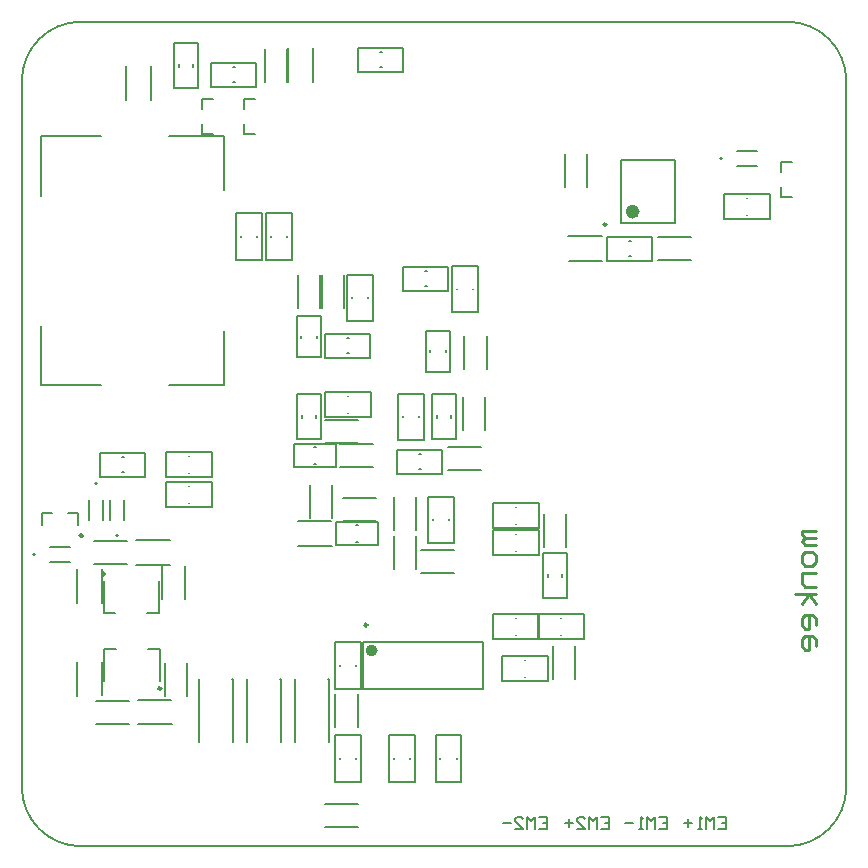
<source format=gbo>
G04*
G04 #@! TF.GenerationSoftware,Altium Limited,Altium Designer,25.4.2 (15)*
G04*
G04 Layer_Color=32896*
%FSLAX25Y25*%
%MOIN*%
G70*
G04*
G04 #@! TF.SameCoordinates,4685016B-83D2-4E7D-AD2A-A819038C0A47*
G04*
G04*
G04 #@! TF.FilePolarity,Positive*
G04*
G01*
G75*
%ADD10C,0.00787*%
%ADD11C,0.00700*%
%ADD12C,0.00984*%
%ADD14C,0.01000*%
%ADD15C,0.00600*%
%ADD16C,0.00500*%
%ADD17C,0.01968*%
%ADD148C,0.02362*%
D10*
X300Y19485D02*
G03*
X19985Y-200I19685J0D01*
G01*
Y274600D02*
G03*
X300Y254915I0J-19685D01*
G01*
X255415Y-200D02*
G03*
X275100Y19485I0J19685D01*
G01*
Y254915D02*
G03*
X255415Y274600I-19685J0D01*
G01*
X25394Y120701D02*
G03*
X25394Y120701I-394J0D01*
G01*
X32394Y103299D02*
G03*
X32394Y103299I-394J0D01*
G01*
X4693Y97000D02*
G03*
X4693Y97000I-394J0D01*
G01*
X233693Y229000D02*
G03*
X233693Y229000I-394J0D01*
G01*
X19985Y274600D02*
X255415D01*
X19985Y-200D02*
X255415D01*
X300Y19485D02*
Y254915D01*
X275100Y19485D02*
Y254915D01*
X83300Y202900D02*
Y203100D01*
X88700Y202900D02*
Y203100D01*
X113921Y67965D02*
X154079D01*
Y52035D02*
Y67965D01*
X113921Y52035D02*
Y67965D01*
Y52035D02*
X154079D01*
X57461Y259606D02*
Y260394D01*
X52539Y259606D02*
Y260394D01*
X119606Y259539D02*
X120394D01*
X119606Y264461D02*
X120394D01*
X70606Y259461D02*
X71394D01*
X70606Y254539D02*
X71394D01*
X33606Y124539D02*
X34394D01*
X33606Y129461D02*
X34394D01*
X202606Y201461D02*
X203394D01*
X202606Y196539D02*
X203394D01*
X108606Y169102D02*
X109394D01*
X108606Y164181D02*
X109394D01*
X98461Y142606D02*
Y143394D01*
X93539Y142606D02*
Y143394D01*
X132606Y130461D02*
X133394D01*
X132606Y125539D02*
X133394D01*
X134606Y186539D02*
X135394D01*
X134606Y191461D02*
X135394D01*
X138539Y142606D02*
Y143394D01*
X143461Y142606D02*
Y143394D01*
X180461Y89606D02*
Y90394D01*
X175539Y89606D02*
Y90394D01*
X7095Y110756D02*
X10244D01*
X7095Y106819D02*
Y110756D01*
X15756D02*
X18905D01*
Y106819D02*
Y110756D01*
X137300Y108542D02*
Y108742D01*
X142700Y108542D02*
Y108742D01*
X78700Y202900D02*
Y203100D01*
X73300Y202900D02*
Y203100D01*
X124300Y28900D02*
Y29100D01*
X129700Y28900D02*
Y29100D01*
X139800Y28900D02*
Y29100D01*
X145200Y28900D02*
Y29100D01*
X111700Y28900D02*
Y29100D01*
X106300Y28900D02*
Y29100D01*
Y59900D02*
Y60100D01*
X111700Y59900D02*
Y60100D01*
X110300Y182542D02*
Y182742D01*
X115700Y182542D02*
Y182742D01*
X150700Y185400D02*
Y185600D01*
X145300Y185400D02*
Y185600D01*
X132700Y142837D02*
Y143037D01*
X127300Y142837D02*
Y143037D01*
X108900Y144300D02*
X109100D01*
X108900Y149700D02*
X109100D01*
X55900Y114300D02*
X56100D01*
X55900Y119700D02*
X56100D01*
X241963Y215700D02*
X242163D01*
X241963Y210300D02*
X242163D01*
X55900Y129700D02*
X56100D01*
X55900Y124300D02*
X56100D01*
X164900Y98300D02*
X165100D01*
X164900Y103700D02*
X165100D01*
X164900Y112700D02*
X165100D01*
X164900Y107300D02*
X165100D01*
X179900Y70300D02*
X180100D01*
X179900Y75700D02*
X180100D01*
X164900D02*
X165100D01*
X164900Y70300D02*
X165100D01*
X167900Y61700D02*
X168100D01*
X167900Y56300D02*
X168100D01*
X199945Y207370D02*
Y228630D01*
X218055Y207370D02*
Y228630D01*
X199945Y207370D02*
X218055D01*
X199945Y228630D02*
X218055D01*
X27567Y77390D02*
Y88020D01*
Y77390D02*
X31504D01*
X46071D02*
Y88020D01*
X42134Y77390D02*
X46071D01*
X27748Y65610D02*
X31685D01*
X27748Y54980D02*
Y65610D01*
X42315D02*
X46252D01*
Y54980D02*
Y65610D01*
D11*
X90300Y195300D02*
Y210700D01*
X81800Y195300D02*
X90300D01*
X81800Y210700D02*
X90300D01*
X81800Y195300D02*
Y210700D01*
X51000Y252500D02*
X59000D01*
X51000D02*
Y267500D01*
X59000D01*
Y252500D02*
Y267500D01*
X112500Y266000D02*
X127500D01*
X112500Y258000D02*
Y266000D01*
Y258000D02*
X127500D01*
Y266000D01*
X63500Y253000D02*
X78500D01*
Y261000D01*
X63500D02*
X78500D01*
X63500Y253000D02*
Y261000D01*
X26500Y131000D02*
X41500D01*
X26500Y123000D02*
Y131000D01*
Y123000D02*
X41500D01*
Y131000D01*
X195500Y195000D02*
X210500D01*
Y203000D01*
X195500D02*
X210500D01*
X195500Y195000D02*
Y203000D01*
X101500Y162642D02*
X116500D01*
Y170642D01*
X101500D02*
X116500D01*
X101500Y162642D02*
Y170642D01*
X92000Y135500D02*
Y150500D01*
Y135500D02*
X100000D01*
Y150500D01*
X92000D02*
X100000D01*
X125500Y124000D02*
X140500D01*
Y132000D01*
X125500D02*
X140500D01*
X125500Y124000D02*
Y132000D01*
X127500Y193000D02*
X142500D01*
X127500Y185000D02*
Y193000D01*
Y185000D02*
X142500D01*
Y193000D01*
X145000Y135500D02*
Y150500D01*
X137000D02*
X145000D01*
X137000Y135500D02*
Y150500D01*
Y135500D02*
X145000D01*
X174000Y82500D02*
Y97500D01*
Y82500D02*
X182000D01*
Y97500D01*
X174000D02*
X182000D01*
X60441Y237291D02*
X64142D01*
X60441Y248709D02*
X64142D01*
X60441Y245441D02*
Y248709D01*
Y237291D02*
Y240559D01*
X74441Y237291D02*
X78142D01*
X74441Y248709D02*
X78142D01*
X74441Y245441D02*
Y248709D01*
Y237291D02*
Y240559D01*
X253441Y216291D02*
X257142D01*
X253441Y227709D02*
X257142D01*
X253441Y224441D02*
Y227709D01*
Y216291D02*
Y219559D01*
X144200Y100942D02*
Y116342D01*
X135700Y100942D02*
X144200D01*
X135700Y116342D02*
X144200D01*
X135700Y100942D02*
Y116342D01*
X71800Y195300D02*
Y210700D01*
X80300D01*
X71800Y195300D02*
X80300D01*
Y210700D01*
X131200Y21300D02*
Y36700D01*
X122700Y21300D02*
X131200D01*
X122700Y36700D02*
X131200D01*
X122700Y21300D02*
Y36700D01*
X146700Y21300D02*
Y36700D01*
X138200Y21300D02*
X146700D01*
X138200Y36700D02*
X146700D01*
X138200Y21300D02*
Y36700D01*
X104800Y21300D02*
Y36700D01*
X113300D01*
X104800Y21300D02*
X113300D01*
Y36700D01*
X113200Y52300D02*
Y67700D01*
X104700Y52300D02*
X113200D01*
X104700Y67700D02*
X113200D01*
X104700Y52300D02*
Y67700D01*
X117200Y174942D02*
Y190342D01*
X108700Y174942D02*
X117200D01*
X108700Y190342D02*
X117200D01*
X108700Y174942D02*
Y190342D01*
X143800Y177800D02*
Y193200D01*
X152300D01*
X143800Y177800D02*
X152300D01*
Y193200D01*
X125800Y135237D02*
Y150637D01*
X134300D01*
X125800Y135237D02*
X134300D01*
Y150637D01*
X101300Y151200D02*
X116700D01*
Y142700D02*
Y151200D01*
X101300Y142700D02*
Y151200D01*
Y142700D02*
X116700D01*
X48300Y121200D02*
X63700D01*
Y112700D02*
Y121200D01*
X48300Y112700D02*
Y121200D01*
Y112700D02*
X63700D01*
X234363Y208800D02*
X249763D01*
X234363D02*
Y217300D01*
X249763Y208800D02*
Y217300D01*
X234363D02*
X249763D01*
X48300Y122800D02*
X63700D01*
X48300D02*
Y131300D01*
X63700Y122800D02*
Y131300D01*
X48300D02*
X63700D01*
X157300Y105200D02*
X172700D01*
Y96700D02*
Y105200D01*
X157300Y96700D02*
Y105200D01*
Y96700D02*
X172700D01*
X157300Y105800D02*
X172700D01*
X157300D02*
Y114300D01*
X172700Y105800D02*
Y114300D01*
X157300D02*
X172700D01*
X172300Y77200D02*
X187700D01*
Y68700D02*
Y77200D01*
X172300Y68700D02*
Y77200D01*
Y68700D02*
X187700D01*
X157300Y68800D02*
X172700D01*
X157300D02*
Y77300D01*
X172700Y68800D02*
Y77300D01*
X157300D02*
X172700D01*
X160300Y54800D02*
X175700D01*
X160300D02*
Y63300D01*
X175700Y54800D02*
Y63300D01*
X160300D02*
X175700D01*
X81200Y254500D02*
Y265500D01*
X88800Y254500D02*
Y265500D01*
X104700Y39358D02*
Y50358D01*
X112300Y39358D02*
Y50358D01*
X101500Y6200D02*
X112500D01*
X101500Y13800D02*
X112500D01*
X25165Y40668D02*
X36165D01*
X25165Y48268D02*
X36165D01*
X55465Y49968D02*
Y60969D01*
X47865Y49968D02*
Y60969D01*
X24319Y93869D02*
X35319D01*
X24319Y101469D02*
X35319D01*
X54619Y82169D02*
Y93169D01*
X47019Y82169D02*
Y93169D01*
X188800Y219500D02*
Y230500D01*
X181200Y219500D02*
Y230500D01*
X92200Y179142D02*
Y190142D01*
X99800Y179142D02*
Y190142D01*
X100200Y179142D02*
Y190142D01*
X107800Y179142D02*
Y190142D01*
X142500Y125200D02*
X153500D01*
X142500Y132800D02*
X153500D01*
X154800Y138500D02*
Y149500D01*
X147200Y138500D02*
Y149500D01*
X106500Y133800D02*
X117500D01*
X106500Y126200D02*
X117500D01*
X101500Y141800D02*
X112500D01*
X101500Y134200D02*
X112500D01*
X133500Y98442D02*
X144500D01*
X133500Y90842D02*
X144500D01*
X131800Y92142D02*
Y103142D01*
X124200Y92142D02*
Y103142D01*
X131800Y105142D02*
Y116142D01*
X124200Y105142D02*
Y116142D01*
X107500Y115800D02*
X118500D01*
X107500Y108200D02*
X118500D01*
X103800Y109142D02*
Y120142D01*
X96200Y109142D02*
Y120142D01*
X212500Y202800D02*
X223500D01*
X212500Y195200D02*
X223500D01*
X174200Y99500D02*
Y110500D01*
X181800Y99500D02*
Y110500D01*
X177200Y55500D02*
Y66500D01*
X184800Y55500D02*
Y66500D01*
X155300Y159000D02*
Y170000D01*
X147700Y159000D02*
Y170000D01*
X49299Y153465D02*
X67724D01*
Y171378D01*
Y218622D02*
Y236535D01*
X49299D02*
X67724D01*
X6701Y153465D02*
X26701D01*
X6701D02*
Y173346D01*
Y216653D02*
Y236535D01*
X26701D01*
X97200Y254547D02*
Y265800D01*
X88900Y254447D02*
Y265700D01*
X43200Y248547D02*
Y259800D01*
X34900Y248447D02*
Y259700D01*
X38865Y48669D02*
X50118D01*
X38965Y40369D02*
X50218D01*
X26865Y50016D02*
Y61269D01*
X18565Y49916D02*
Y61168D01*
X18619Y80869D02*
Y92122D01*
X26919Y80969D02*
Y92222D01*
X38366Y93469D02*
X49619D01*
X38266Y101769D02*
X49519D01*
X92294Y99800D02*
X103547D01*
X92194Y108100D02*
X103447D01*
X182547Y194800D02*
X193800D01*
X182447Y203100D02*
X193700D01*
X22539Y108653D02*
Y115347D01*
X27461Y108653D02*
Y115347D01*
X34461Y108653D02*
Y115347D01*
X29539Y108653D02*
Y115347D01*
X9653Y94539D02*
X16346D01*
X9653Y99461D02*
X16346D01*
X238653Y226539D02*
X245346D01*
X238653Y231461D02*
X245346D01*
X99900Y162742D02*
Y176542D01*
X92100D02*
X99900D01*
X92100Y162742D02*
Y176542D01*
Y162742D02*
X99900D01*
X135100Y157860D02*
Y171660D01*
Y157860D02*
X142900D01*
Y171660D01*
X135100D02*
X142900D01*
X91100Y133900D02*
X104900D01*
X91100Y126100D02*
Y133900D01*
Y126100D02*
X104900D01*
Y133900D01*
X105100Y107900D02*
X118900D01*
X105100Y100100D02*
Y107900D01*
Y100100D02*
X118900D01*
Y107900D01*
X70709Y34567D02*
Y55433D01*
X59291Y34567D02*
Y55433D01*
X102709Y34567D02*
Y55433D01*
X91291Y34567D02*
Y55433D01*
X86709Y34567D02*
Y55433D01*
X75291Y34567D02*
Y55433D01*
D12*
X115492Y73500D02*
G03*
X115492Y73500I-492J0D01*
G01*
X20579Y103276D02*
G03*
X20579Y103276I-492J0D01*
G01*
X195122Y207055D02*
G03*
X195122Y207055I-492J0D01*
G01*
X28059Y90579D02*
G03*
X28059Y90579I-492J0D01*
G01*
X46744Y52421D02*
G03*
X46744Y52421I-492J0D01*
G01*
D14*
X265000Y105000D02*
X260335D01*
Y103834D01*
X261501Y102667D01*
X265000D01*
X261501D01*
X260335Y101501D01*
X261501Y100335D01*
X265000D01*
Y96836D02*
Y94503D01*
X263834Y93337D01*
X261501D01*
X260335Y94503D01*
Y96836D01*
X261501Y98002D01*
X263834D01*
X265000Y96836D01*
Y91005D02*
X260335D01*
Y87506D01*
X261501Y86339D01*
X265000D01*
Y84007D02*
X258002D01*
X262667D02*
X260335Y80508D01*
X262667Y84007D02*
X265000Y80508D01*
Y73510D02*
Y75843D01*
X263834Y77009D01*
X261501D01*
X260335Y75843D01*
Y73510D01*
X261501Y72344D01*
X262667D01*
Y77009D01*
X265000Y66512D02*
Y68845D01*
X263834Y70011D01*
X261501D01*
X260335Y68845D01*
Y66512D01*
X261501Y65346D01*
X262667D01*
Y70011D01*
D15*
X232234Y9599D02*
X234900D01*
Y5600D01*
X232234D01*
X234900Y7599D02*
X233567D01*
X230901Y5600D02*
Y9599D01*
X229568Y8266D01*
X228236Y9599D01*
Y5600D01*
X226903D02*
X225570D01*
X226236D01*
Y9599D01*
X226903Y8932D01*
X223570Y7599D02*
X220904D01*
X222237Y8932D02*
Y6266D01*
X212734Y9599D02*
X215400D01*
Y5600D01*
X212734D01*
X215400Y7599D02*
X214067D01*
X211401Y5600D02*
Y9599D01*
X210068Y8266D01*
X208735Y9599D01*
Y5600D01*
X207403D02*
X206070D01*
X206736D01*
Y9599D01*
X207403Y8932D01*
X204070Y7599D02*
X201405D01*
X193234Y9599D02*
X195900D01*
Y5600D01*
X193234D01*
X195900Y7599D02*
X194567D01*
X191901Y5600D02*
Y9599D01*
X190568Y8266D01*
X189235Y9599D01*
Y5600D01*
X185237D02*
X187903D01*
X185237Y8266D01*
Y8932D01*
X185903Y9599D01*
X187236D01*
X187903Y8932D01*
X183904Y7599D02*
X181238D01*
X182571Y8932D02*
Y6266D01*
X172734Y9599D02*
X175400D01*
Y5600D01*
X172734D01*
X175400Y7599D02*
X174067D01*
X171401Y5600D02*
Y9599D01*
X170068Y8266D01*
X168736Y9599D01*
Y5600D01*
X164737D02*
X167403D01*
X164737Y8266D01*
Y8932D01*
X165403Y9599D01*
X166736D01*
X167403Y8932D01*
X163404Y7599D02*
X160738D01*
D16*
X93300Y169342D02*
Y169842D01*
X98700Y169342D02*
Y169842D01*
X141700Y164560D02*
Y165060D01*
X136300Y164560D02*
Y165060D01*
X97800Y127300D02*
X98300D01*
X97800Y132700D02*
X98300D01*
X111800Y101300D02*
X112300D01*
X111800Y106700D02*
X112300D01*
X70453Y55433D02*
X70709D01*
X102453D02*
X102709D01*
X86453D02*
X86709D01*
D17*
X117858Y65012D02*
G03*
X117858Y65012I-984J0D01*
G01*
D148*
X205063Y211307D02*
G03*
X205063Y211307I-1181J0D01*
G01*
M02*

</source>
